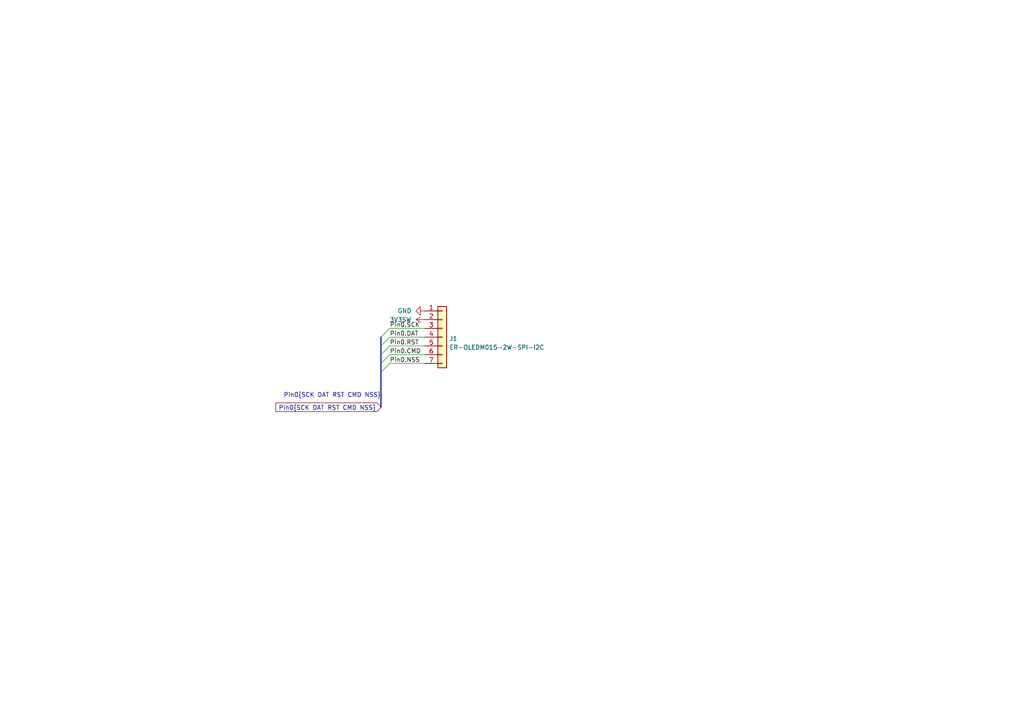
<source format=kicad_sch>
(kicad_sch (version 20211123) (generator eeschema)
  (paper "A4")
  (lib_symbols
    (symbol "Connector_Generic:Conn_01x07" (pin_names (offset 1.016) hide)
      (property "Reference" "J" (at 0 10.16 0))
      (property "Value" "Conn_01x07" (at 0 -10.16 0))
      (symbol "Conn_01x07_1_1"
        (rectangle (start -1.27 -7.493) (end 0 -7.747) (stroke (width 0.1524)))
        (rectangle (start -1.27 -4.953) (end 0 -5.207) (stroke (width 0.1524)))
        (rectangle (start -1.27 -2.413) (end 0 -2.667) (stroke (width 0.1524)))
        (rectangle (start -1.27 0.127) (end 0 -0.127) (stroke (width 0.1524)))
        (rectangle (start -1.27 2.667) (end 0 2.413) (stroke (width 0.1524)))
        (rectangle (start -1.27 5.207) (end 0 4.953) (stroke (width 0.1524)))
        (rectangle (start -1.27 7.747) (end 0 7.493) (stroke (width 0.1524)))
        (rectangle (start -1.27 8.89) (end 1.27 -8.89) (stroke (width 0.254)) (fill (type background)))
        (pin passive line (at -5.08 7.62 0) (length 3.81) (name "Pin_1") (number "1"))
        (pin passive line (at -5.08 5.08 0) (length 3.81) (name "Pin_2") (number "2"))
        (pin passive line (at -5.08 2.54 0) (length 3.81) (name "Pin_3") (number "3"))
        (pin passive line (at -5.08 0 0) (length 3.81) (name "Pin_4") (number "4"))
        (pin passive line (at -5.08 -2.54 0) (length 3.81) (name "Pin_5") (number "5"))
        (pin passive line (at -5.08 -5.08 0) (length 3.81) (name "Pin_6") (number "6"))
        (pin passive line (at -5.08 -7.62 0) (length 3.81) (name "Pin_7") (number "7"))
      )
    )
    (symbol "Eurorack:3V3SW" (power) (in_bom no) (on_board no)
      (property "Value" "3V3SW" (at 0 3.81 0))
      (symbol "3V3SW_0_1"
        (polyline (pts (xy 0 0) (xy 0 2.54)))
        (polyline (pts (xy 0 2.54) (xy -0.762 1.27)))
        (polyline (pts (xy 0 2.54) (xy 0.762 1.27)))
      )
      (symbol "3V3SW_1_1"
        (pin power_in line (at 0 0 90) (length 0) hide (name "3V3SW") (number "1"))
      )
    )
    (symbol "power:GND" (power) (pin_names (offset 0))
      (property "Value" "GND" (at 0 -3.81 0))
      (symbol "GND_0_1"
        (polyline (pts (xy 0 0) (xy 0 -1.27) (xy 1.27 -1.27) (xy 0 -2.54) (xy -1.27 -1.27) (xy 0 -1.27)))
      )
      (symbol "GND_1_1"
        (pin power_in line (at 0 0 270) (length 0) hide (name "GND") (number "1"))
      )
    )
  )
  (bus_entry (at 110.49 105.41) (size 2.54 -2.54))
  (bus_entry (at 110.49 97.79) (size 2.54 -2.54))
  (bus_entry (at 110.49 102.87) (size 2.54 -2.54))
  (bus_entry (at 110.49 100.33) (size 2.54 -2.54))
  (bus_entry (at 110.49 107.95) (size 2.54 -2.54))
  (wire (pts (xy 113.03 100.33) (xy 123.19 100.33)))
  (wire (pts (xy 113.03 95.25) (xy 123.19 95.25)))
  (bus (pts (xy 110.49 102.87) (xy 110.49 105.41)))
  (wire (pts (xy 113.03 97.79) (xy 123.19 97.79)))
  (bus (pts (xy 110.49 105.41) (xy 110.49 107.95)))
  (bus (pts (xy 110.49 107.95) (xy 110.49 118.11)))
  (wire (pts (xy 113.03 102.87) (xy 123.19 102.87)))
  (wire (pts (xy 113.03 105.41) (xy 123.19 105.41)))
  (bus (pts (xy 110.49 97.79) (xy 110.49 100.33)))
  (bus (pts (xy 110.49 100.33) (xy 110.49 102.87)))
  (label "Pin0{SCK DAT RST CMD NSS}" (at 110.49 115.57 180))
  (label "Pin0.DAT" (at 113.03 97.79 0))
  (label "Pin0.SCK" (at 113.03 95.25 0))
  (label "Pin0.CMD" (at 113.03 102.87 0))
  (label "Pin0.NSS" (at 113.03 105.41 0))
  (label "Pin0.RST" (at 113.03 100.33 0))
  (global_label "Pin0{SCK DAT RST CMD NSS}" (shape input) (at 110.49 118.11 180) (property "Intersheet References" "${INTERSHEET_REFS}" (effects hide)))
  (symbol (lib_id "Connector_Generic:Conn_01x07") (at 128.27 97.79 0) (unit 1)
    (property "Reference" "J1" (at 130.302 98.2253 0) (effects (justify left)))
    (property "Value" "ER-OLEDM015-2W-SPI-I2C" (at 130.302 100.7622 0) (effects (justify left)))
    (property "Footprint" "Connector_PinHeader_2.54mm:PinHeader_1x07_P2.54mm_Vertical" (effects hide))
    (property "Device" "Oled Module" (effects hide))
    (property "Description" "1.5 Display Module PTH" (effects hide))
    (property "Dist" "BuyDisplay" (effects hide))
    (property "DistPartNumber" "ER-OLEDM015-2W-SPI-I2C" (effects hide))
    (property "DistLink" "https://www.buydisplay.com/serial-spi-i2c-white-1-54-inch-arduino-raspberry-pi-oled-display-128x64" (effects hide))
    (property "Place" "No" (effects hide))
    (property "MPN" "ER-OLEDM015-2W-SPI-I2C" (effects hide))
    (property "IPN" "1.5 Display Module PTH" (effects hide))
  )
  (symbol (lib_id "power:GND") (at 123.19 90.17 270) (unit 1)
    (property "Reference" "#PWR?" (effects hide))
    (property "Value" "GND" (at 119.38 90.17 90) (effects (justify right)))
  )
  (symbol (lib_id "Eurorack:3V3SW") (at 123.19 92.71 90) (unit 1) (in_bom no) (on_board no)
    (property "Reference" "#PWR?" (effects hide))
    (property "Value" "3V3SW" (at 119.38 92.71 90) (effects (justify left)))
  )
)
</source>
